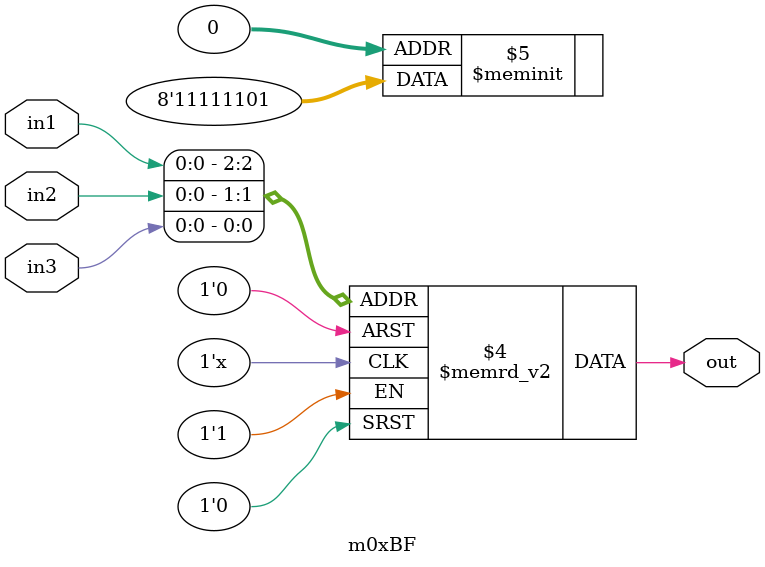
<source format=v>
module m0xBF(output out, input in1, in2, in3);

   always @(in1, in2, in3)
     begin
        case({in1, in2, in3})
          3'b000: {out} = 1'b1;
          3'b001: {out} = 1'b0;
          3'b010: {out} = 1'b1;
          3'b011: {out} = 1'b1;
          3'b100: {out} = 1'b1;
          3'b101: {out} = 1'b1;
          3'b110: {out} = 1'b1;
          3'b111: {out} = 1'b1;
        endcase // case ({in1, in2, in3})
     end // always @ (in1, in2, in3)

endmodule // m0xBF
</source>
